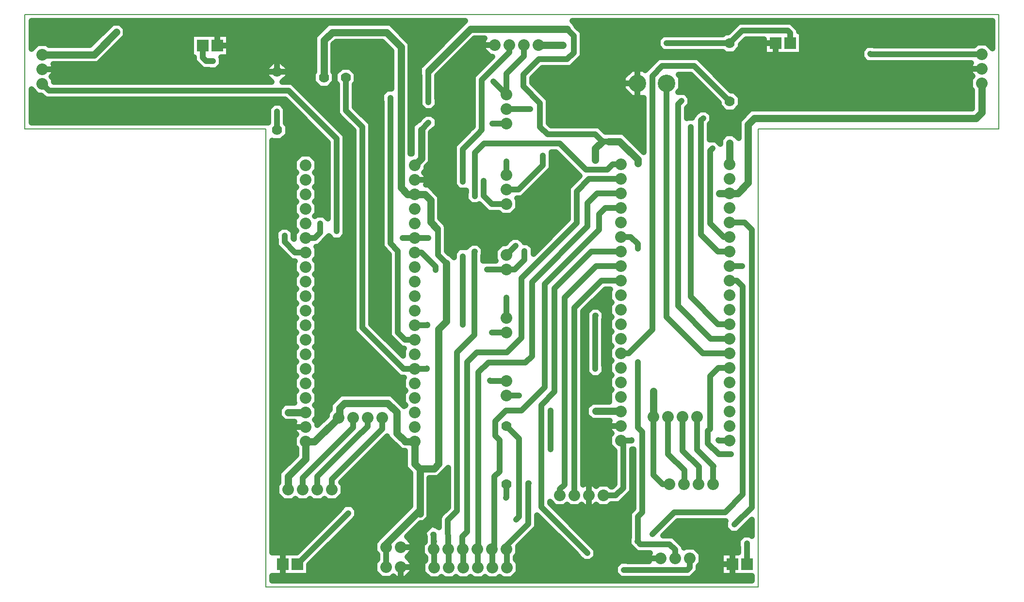
<source format=gbr>
G04 PROTEUS GERBER X2 FILE*
%TF.GenerationSoftware,Labcenter,Proteus,8.11-SP0-Build30052*%
%TF.CreationDate,2024-03-04T06:39:40+00:00*%
%TF.FileFunction,Copper,L2,Bot*%
%TF.FilePolarity,Positive*%
%TF.Part,Single*%
%TF.SameCoordinates,{347c642e-2b0e-48e9-919d-a538f2e8b90d}*%
%FSLAX45Y45*%
%MOMM*%
G01*
%TA.AperFunction,Conductor*%
%ADD11C,1.270000*%
%ADD10C,1.016000*%
%TA.AperFunction,ViaPad*%
%ADD12C,1.016000*%
%TA.AperFunction,ComponentPad*%
%ADD13C,2.032000*%
%TA.AperFunction,ComponentPad*%
%ADD14R,2.032000X2.032000*%
%ADD15C,1.778000*%
%ADD16C,3.048000*%
%TA.AperFunction,Profile*%
%ADD17C,0.203200*%
%TD.AperFunction*%
G36*
X+21688241Y+8607126D02*
X+21584168Y+8711199D01*
X+21415832Y+8711199D01*
X+21365032Y+8660399D01*
X+19624629Y+8660399D01*
X+19617822Y+8667206D01*
X+19489466Y+8667206D01*
X+19398705Y+8576445D01*
X+19398705Y+8448089D01*
X+19489466Y+8357328D01*
X+19493059Y+8357328D01*
X+19494786Y+8355601D01*
X+21314234Y+8355601D01*
X+21296801Y+8338168D01*
X+21296801Y+8169832D01*
X+21339633Y+8127000D01*
X+21296801Y+8084168D01*
X+21296801Y+7915832D01*
X+21334901Y+7877732D01*
X+21334901Y+7558385D01*
X+21331615Y+7555099D01*
X+17466059Y+7555099D01*
X+17254901Y+7349733D01*
X+17254901Y+7038651D01*
X+17169834Y+7123718D01*
X+17033062Y+7123718D01*
X+16934902Y+7025558D01*
X+16934902Y+6944188D01*
X+16864178Y+7014912D01*
X+16752399Y+7014912D01*
X+16752399Y+7286282D01*
X+16791939Y+7325822D01*
X+16791939Y+7454178D01*
X+16701178Y+7544939D01*
X+16572822Y+7544939D01*
X+16482061Y+7454178D01*
X+16482061Y+7450585D01*
X+16447601Y+7416125D01*
X+16447601Y+7393939D01*
X+16355822Y+7393939D01*
X+16352828Y+7390945D01*
X+16352828Y+7563711D01*
X+16414939Y+7625822D01*
X+16414939Y+7754178D01*
X+16324178Y+7844939D01*
X+16204148Y+7844939D01*
X+16253999Y+7894790D01*
X+16253999Y+8105210D01*
X+16211608Y+8147601D01*
X+16420875Y+8147601D01*
X+16909501Y+7658975D01*
X+16909501Y+7605093D01*
X+17021093Y+7493501D01*
X+17178907Y+7493501D01*
X+17290499Y+7605093D01*
X+17290499Y+7762907D01*
X+17178907Y+7874499D01*
X+17125025Y+7874499D01*
X+16547125Y+8452399D01*
X+15856875Y+8452399D01*
X+15627842Y+8223366D01*
X+15597210Y+8253999D01*
X+15386790Y+8253999D01*
X+15238001Y+8105210D01*
X+15238001Y+7894790D01*
X+15386790Y+7746001D01*
X+15595601Y+7746001D01*
X+15595601Y+6797883D01*
X+15243385Y+7150099D01*
X+14930425Y+7150099D01*
X+14818125Y+7262399D01*
X+13983125Y+7262399D01*
X+13941888Y+7303636D01*
X+13941888Y+7718125D01*
X+13652399Y+8007614D01*
X+13652399Y+8088920D01*
X+13831080Y+8267601D01*
X+14328978Y+8267601D01*
X+14533592Y+8472215D01*
X+14533592Y+8891932D01*
X+14425099Y+9000425D01*
X+14425099Y+9018386D01*
X+14355244Y+9088241D01*
X+21688241Y+9088241D01*
X+21688241Y+8607126D01*
G37*
%LPC*%
G36*
X+18217762Y+9027762D02*
X+18306399Y+8939125D01*
X+18306399Y+8903199D01*
X+18357199Y+8903199D01*
X+18357199Y+8496801D01*
X+17696801Y+8496801D01*
X+17696801Y+8767601D01*
X+17383125Y+8767601D01*
X+17290499Y+8674975D01*
X+17290499Y+8621093D01*
X+17178907Y+8509501D01*
X+17021093Y+8509501D01*
X+16982993Y+8547601D01*
X+16060469Y+8547601D01*
X+16060220Y+8547352D01*
X+15931864Y+8547352D01*
X+15841103Y+8638113D01*
X+15841103Y+8766469D01*
X+15931864Y+8857230D01*
X+16060220Y+8857230D01*
X+16065051Y+8852399D01*
X+16982993Y+8852399D01*
X+17021093Y+8890499D01*
X+17074975Y+8890499D01*
X+17256875Y+9072399D01*
X+18173125Y+9072399D01*
X+18217762Y+9027762D01*
G37*
%LPD*%
G36*
X+5015832Y+7788801D02*
X+5087675Y+7788801D01*
X+5158875Y+7717601D01*
X+9338875Y+7717601D01*
X+10087601Y+6968875D01*
X+10087601Y+5638639D01*
X+10018012Y+5708228D01*
X+9889656Y+5708228D01*
X+9861398Y+5679970D01*
X+9860367Y+5681000D01*
X+9903199Y+5723832D01*
X+9903199Y+5892168D01*
X+9860367Y+5935000D01*
X+9903199Y+5977832D01*
X+9903199Y+6146168D01*
X+9860367Y+6189000D01*
X+9903199Y+6231832D01*
X+9903199Y+6400168D01*
X+9860367Y+6443000D01*
X+9903199Y+6485832D01*
X+9903199Y+6654168D01*
X+9784168Y+6773199D01*
X+9615832Y+6773199D01*
X+9496801Y+6654168D01*
X+9496801Y+6485832D01*
X+9539633Y+6443000D01*
X+9496801Y+6400168D01*
X+9496801Y+6231832D01*
X+9539633Y+6189000D01*
X+9496801Y+6146168D01*
X+9496801Y+5977832D01*
X+9539633Y+5935000D01*
X+9496801Y+5892168D01*
X+9496801Y+5723832D01*
X+9539633Y+5681000D01*
X+9496801Y+5638168D01*
X+9496801Y+5469832D01*
X+9539633Y+5427000D01*
X+9496801Y+5384168D01*
X+9496801Y+5277861D01*
X+9484939Y+5289723D01*
X+9484939Y+5404178D01*
X+9394178Y+5494939D01*
X+9265822Y+5494939D01*
X+9175061Y+5404178D01*
X+9175061Y+5275822D01*
X+9177601Y+5273282D01*
X+9177601Y+5166013D01*
X+9450013Y+4893601D01*
X+9514234Y+4893601D01*
X+9496801Y+4876168D01*
X+9496801Y+4707832D01*
X+9539633Y+4665000D01*
X+9496801Y+4622168D01*
X+9496801Y+4453832D01*
X+9539633Y+4411000D01*
X+9496801Y+4368168D01*
X+9496801Y+4199832D01*
X+9539633Y+4157000D01*
X+9496801Y+4114168D01*
X+9496801Y+3945832D01*
X+9539633Y+3903000D01*
X+9496801Y+3860168D01*
X+9496801Y+3691832D01*
X+9539633Y+3649000D01*
X+9496801Y+3606168D01*
X+9496801Y+3437832D01*
X+9539633Y+3395000D01*
X+9496801Y+3352168D01*
X+9496801Y+3183832D01*
X+9539633Y+3141000D01*
X+9496801Y+3098168D01*
X+9496801Y+2929832D01*
X+9539633Y+2887000D01*
X+9496801Y+2844168D01*
X+9496801Y+2675832D01*
X+9539633Y+2633000D01*
X+9496801Y+2590168D01*
X+9496801Y+2421832D01*
X+9501557Y+2417076D01*
X+9326948Y+2417057D01*
X+9230235Y+2320344D01*
X+9230235Y+2183572D01*
X+9326948Y+2086859D01*
X+9463720Y+2086859D01*
X+9501499Y+2086866D01*
X+9496801Y+2082168D01*
X+9496801Y+1913832D01*
X+9539633Y+1871000D01*
X+9496801Y+1828168D01*
X+9496801Y+1659832D01*
X+9534902Y+1621731D01*
X+9534903Y+1508388D01*
X+9226901Y+1200386D01*
X+9226901Y+1022268D01*
X+9188801Y+984168D01*
X+9188801Y+815832D01*
X+9307832Y+696801D01*
X+9476168Y+696801D01*
X+9519000Y+739633D01*
X+9561832Y+696801D01*
X+9730168Y+696801D01*
X+9773000Y+739633D01*
X+9815832Y+696801D01*
X+9984168Y+696801D01*
X+10027000Y+739633D01*
X+10069832Y+696801D01*
X+10238168Y+696801D01*
X+10357199Y+815832D01*
X+10357199Y+984168D01*
X+10313446Y+1027922D01*
X+11123546Y+1838022D01*
X+11123546Y+1820415D01*
X+11365060Y+1578901D01*
X+11434901Y+1578901D01*
X+11434901Y+1285614D01*
X+11528901Y+1191614D01*
X+11528901Y+612385D01*
X+10944902Y+28386D01*
X+10944902Y+26269D01*
X+10902801Y-15832D01*
X+10902801Y-184168D01*
X+10953601Y-234968D01*
X+10953601Y-315032D01*
X+10902801Y-365832D01*
X+10902801Y-534168D01*
X+11021832Y-653199D01*
X+11190168Y-653199D01*
X+11233000Y-610367D01*
X+11275832Y-653199D01*
X+11444168Y-653199D01*
X+11563199Y-534168D01*
X+11563199Y-365832D01*
X+11472367Y-275000D01*
X+11563199Y-184168D01*
X+11563199Y-15832D01*
X+11465426Y+81942D01*
X+11702385Y+318901D01*
X+11762386Y+318901D01*
X+11859099Y+415614D01*
X+11859099Y+1104901D01*
X+12006386Y+1104901D01*
X+12183601Y+1282117D01*
X+12183601Y+593125D01*
X+12050258Y+459782D01*
X+12027026Y+402114D01*
X+12029766Y+245287D01*
X+12009389Y+253728D01*
X+11998178Y+264939D01*
X+11982324Y+264939D01*
X+11898243Y+299767D01*
X+11755416Y+156940D01*
X+11779061Y+71573D01*
X+11779061Y+45822D01*
X+11781601Y+43282D01*
X+11781601Y-7032D01*
X+11732801Y-55832D01*
X+11732801Y-224168D01*
X+11789601Y-280968D01*
X+11789601Y-329032D01*
X+11742801Y-375832D01*
X+11742801Y-544168D01*
X+11861832Y-663199D01*
X+12030168Y-663199D01*
X+12073000Y-620367D01*
X+12115832Y-663199D01*
X+12284168Y-663199D01*
X+12327000Y-620367D01*
X+12369832Y-663199D01*
X+12538168Y-663199D01*
X+12581000Y-620367D01*
X+12623832Y-663199D01*
X+12792168Y-663199D01*
X+12835000Y-620367D01*
X+12877832Y-663199D01*
X+13046168Y-663199D01*
X+13089000Y-620367D01*
X+13131832Y-663199D01*
X+13300168Y-663199D01*
X+13419199Y-544168D01*
X+13419199Y-375832D01*
X+13362399Y-319032D01*
X+13362399Y-270968D01*
X+13409199Y-224168D01*
X+13409199Y-86325D01*
X+13737399Y+241875D01*
X+13737399Y+457077D01*
X+14402601Y-208125D01*
X+14402601Y-209672D01*
X+14460365Y-267436D01*
X+14460365Y-271029D01*
X+14551126Y-361790D01*
X+14679482Y-361790D01*
X+14770243Y-271029D01*
X+14770243Y-142673D01*
X+14679482Y-51912D01*
X+14677436Y-51912D01*
X+13962399Y+663125D01*
X+13962399Y+688234D01*
X+14053832Y+596801D01*
X+14222168Y+596801D01*
X+14265000Y+639633D01*
X+14307832Y+596801D01*
X+14476168Y+596801D01*
X+14519000Y+639633D01*
X+14561832Y+596801D01*
X+14730168Y+596801D01*
X+14773000Y+639633D01*
X+14815832Y+596801D01*
X+14984168Y+596801D01*
X+15034968Y+647601D01*
X+15173125Y+647601D01*
X+15392399Y+866875D01*
X+15392399Y+1001767D01*
X+15399072Y+1008440D01*
X+15399072Y+1136796D01*
X+15392399Y+1143469D01*
X+15392399Y+1607601D01*
X+15417601Y+1607601D01*
X+15417601Y+569769D01*
X+15341601Y+493769D01*
X+15341601Y+67125D01*
X+15337602Y+63126D01*
X+15337602Y-63126D01*
X+15341601Y-67126D01*
X+15476875Y-202399D01*
X+15706234Y-202399D01*
X+15692801Y-215832D01*
X+15692801Y-347601D01*
X+15320530Y-347601D01*
X+15317990Y-345061D01*
X+15189634Y-345061D01*
X+15098873Y-435822D01*
X+15098873Y-564178D01*
X+15189634Y-654939D01*
X+15317990Y-654939D01*
X+15320530Y-652399D01*
X+16423125Y-652399D01*
X+16556399Y-519125D01*
X+16556399Y-434968D01*
X+16607199Y-384168D01*
X+16607199Y-215832D01*
X+16488168Y-96801D01*
X+16319832Y-96801D01*
X+16302399Y-114234D01*
X+16302399Y-86875D01*
X+16113125Y+102399D01*
X+15938923Y+102399D01*
X+16192125Y+355601D01*
X+17026484Y+355601D01*
X+17025061Y+354178D01*
X+17025061Y+225822D01*
X+17115822Y+135061D01*
X+17244178Y+135061D01*
X+17334939Y+225822D01*
X+17334939Y+229415D01*
X+17488241Y+382717D01*
X+17488241Y+92926D01*
X+17464033Y+117134D01*
X+17335677Y+117134D01*
X+17244916Y+26373D01*
X+17244916Y-101983D01*
X+17247601Y-104668D01*
X+17247601Y-196801D01*
X+16942801Y-196801D01*
X+16942801Y-603199D01*
X+17488241Y-603199D01*
X+17488241Y-688240D01*
X+9111759Y-688240D01*
X+9111759Y-603199D01*
X+9757199Y-603199D01*
X+9757199Y-412325D01*
X+10506916Y+337392D01*
X+10508137Y+337392D01*
X+10598898Y+428153D01*
X+10598898Y+556509D01*
X+10508137Y+647270D01*
X+10379781Y+647270D01*
X+10289020Y+556509D01*
X+10289020Y+550544D01*
X+9541675Y-196801D01*
X+9111759Y-196801D01*
X+9111759Y+7002835D01*
X+9121093Y+6993501D01*
X+9278907Y+6993501D01*
X+9390499Y+7105093D01*
X+9390499Y+7262907D01*
X+9352399Y+7301007D01*
X+9352399Y+7437769D01*
X+9354825Y+7440195D01*
X+9354825Y+7568551D01*
X+9264064Y+7659312D01*
X+9135708Y+7659312D01*
X+9044947Y+7568551D01*
X+9044947Y+7440195D01*
X+9047601Y+7437541D01*
X+9047601Y+7310450D01*
X+9046291Y+7311760D01*
X+4911759Y+7311760D01*
X+4911759Y+7892874D01*
X+5015832Y+7788801D01*
G37*
G36*
X+11728258Y+8331742D02*
X+11679902Y+8283386D01*
X+11679902Y+8146614D01*
X+11690608Y+8135908D01*
X+11690608Y+7736718D01*
X+11688068Y+7734178D01*
X+11688068Y+7605822D01*
X+11778829Y+7515061D01*
X+11907185Y+7515061D01*
X+11997946Y+7605822D01*
X+11997946Y+7734178D01*
X+11995406Y+7736718D01*
X+11995406Y+8131922D01*
X+12648385Y+8784901D01*
X+12825534Y+8784901D01*
X+12794801Y+8754168D01*
X+12794801Y+8585832D01*
X+12913832Y+8466801D01*
X+12961277Y+8466801D01*
X+12617601Y+8123125D01*
X+12617601Y+7248718D01*
X+12545061Y+7176178D01*
X+12545061Y+7170585D01*
X+12287601Y+6913125D01*
X+12287601Y+6349082D01*
X+12285061Y+6346542D01*
X+12285061Y+6218186D01*
X+12375822Y+6127425D01*
X+12497601Y+6127425D01*
X+12497601Y+6095807D01*
X+12495061Y+6093267D01*
X+12495061Y+5964911D01*
X+12585822Y+5874150D01*
X+12714178Y+5874150D01*
X+12731034Y+5891006D01*
X+12882438Y+5739601D01*
X+13065032Y+5739601D01*
X+13115832Y+5688801D01*
X+13284168Y+5688801D01*
X+13403199Y+5807832D01*
X+13403199Y+5976168D01*
X+13385766Y+5993601D01*
X+13477744Y+5993601D01*
X+13992399Y+6508256D01*
X+13992399Y+6673282D01*
X+13994939Y+6675822D01*
X+13994939Y+6797601D01*
X+14068875Y+6797601D01*
X+14482860Y+6383616D01*
X+14276601Y+6177358D01*
X+14276601Y+5624125D01*
X+13674885Y+5022409D01*
X+13674885Y+5133001D01*
X+13584124Y+5223762D01*
X+13516418Y+5223762D01*
X+13516418Y+5225817D01*
X+13425657Y+5316578D01*
X+13297301Y+5316578D01*
X+13206540Y+5225817D01*
X+13206540Y+5222064D01*
X+13187675Y+5203199D01*
X+13115832Y+5203199D01*
X+12996801Y+5084168D01*
X+12996801Y+4915832D01*
X+13016295Y+4896338D01*
X+12928132Y+4896338D01*
X+12925592Y+4898878D01*
X+12798399Y+4898878D01*
X+12798399Y+4988827D01*
X+12804796Y+4995224D01*
X+12804796Y+5123580D01*
X+12714035Y+5214341D01*
X+12585679Y+5214341D01*
X+12583139Y+5211801D01*
X+12582732Y+5211801D01*
X+12504924Y+5133994D01*
X+12504178Y+5134740D01*
X+12375822Y+5134740D01*
X+12285061Y+5043979D01*
X+12285061Y+4958424D01*
X+12218386Y+5025099D01*
X+12200425Y+5025099D01*
X+12159654Y+5065870D01*
X+12159654Y+5510354D01*
X+12157341Y+5512667D01*
X+12157341Y+5530628D01*
X+12045099Y+5642870D01*
X+12045099Y+6028385D01*
X+11846385Y+6227099D01*
X+11798466Y+6227099D01*
X+11803199Y+6231832D01*
X+11803199Y+6400168D01*
X+11760367Y+6443000D01*
X+11803199Y+6485832D01*
X+11803199Y+6539715D01*
X+11885099Y+6621615D01*
X+11885099Y+7139575D01*
X+11903592Y+7158068D01*
X+11907185Y+7158068D01*
X+11997946Y+7248829D01*
X+11997946Y+7377185D01*
X+11907185Y+7467946D01*
X+11778829Y+7467946D01*
X+11688068Y+7377185D01*
X+11688068Y+7373592D01*
X+11669575Y+7355099D01*
X+11651614Y+7355099D01*
X+11554901Y+7258386D01*
X+11554901Y+6773199D01*
X+11527699Y+6773199D01*
X+11527699Y+8704385D01*
X+11176985Y+9055099D01*
X+10091614Y+9055099D01*
X+9853901Y+8817385D01*
X+9853901Y+8204307D01*
X+9828501Y+8178907D01*
X+9828501Y+8021093D01*
X+9940093Y+7909501D01*
X+10097907Y+7909501D01*
X+10209499Y+8021093D01*
X+10209499Y+8178907D01*
X+10184099Y+8204307D01*
X+10184099Y+8680615D01*
X+10228385Y+8724901D01*
X+11040215Y+8724901D01*
X+11197501Y+8567615D01*
X+11197501Y+7901939D01*
X+11111822Y+7901939D01*
X+11021061Y+7811178D01*
X+11021061Y+7682822D01*
X+11023601Y+7680282D01*
X+11023602Y+5143411D01*
X+11157601Y+5009412D01*
X+11157601Y+3586875D01*
X+11374875Y+3369601D01*
X+11414234Y+3369601D01*
X+11396801Y+3352168D01*
X+11396801Y+3238723D01*
X+10842399Y+3793125D01*
X+10842399Y+7301643D01*
X+10557220Y+7586822D01*
X+10557220Y+7684445D01*
X+10552399Y+7689266D01*
X+10552399Y+7982993D01*
X+10590499Y+8021093D01*
X+10590499Y+8178907D01*
X+10478907Y+8290499D01*
X+10321093Y+8290499D01*
X+10209501Y+8178907D01*
X+10209501Y+8021093D01*
X+10247601Y+7982993D01*
X+10247601Y+7684704D01*
X+10247342Y+7684445D01*
X+10247342Y+7556089D01*
X+10247601Y+7555830D01*
X+10247601Y+7465392D01*
X+10336875Y+7376119D01*
X+10537601Y+7175393D01*
X+10537601Y+3666875D01*
X+11342875Y+2861601D01*
X+11414234Y+2861601D01*
X+11396801Y+2844168D01*
X+11396801Y+2675832D01*
X+11439633Y+2633000D01*
X+11396801Y+2590168D01*
X+11396801Y+2421832D01*
X+11439633Y+2379000D01*
X+11418784Y+2358151D01*
X+11198280Y+2578655D01*
X+10307447Y+2578655D01*
X+10122539Y+2393747D01*
X+10122539Y+2299906D01*
X+10066801Y+2244168D01*
X+10066801Y+2190285D01*
X+9903199Y+2026683D01*
X+9903199Y+2082168D01*
X+9860367Y+2125000D01*
X+9903199Y+2167832D01*
X+9903199Y+2336168D01*
X+9860367Y+2379000D01*
X+9903199Y+2421832D01*
X+9903199Y+2590168D01*
X+9860367Y+2633000D01*
X+9903199Y+2675832D01*
X+9903199Y+2844168D01*
X+9860367Y+2887000D01*
X+9903199Y+2929832D01*
X+9903199Y+3098168D01*
X+9860367Y+3141000D01*
X+9903199Y+3183832D01*
X+9903199Y+3352168D01*
X+9860367Y+3395000D01*
X+9903199Y+3437832D01*
X+9903199Y+3606168D01*
X+9860367Y+3649000D01*
X+9903199Y+3691832D01*
X+9903199Y+3860168D01*
X+9860367Y+3903000D01*
X+9903199Y+3945832D01*
X+9903199Y+4114168D01*
X+9860367Y+4157000D01*
X+9903199Y+4199832D01*
X+9903199Y+4368168D01*
X+9860367Y+4411000D01*
X+9903199Y+4453832D01*
X+9903199Y+4622168D01*
X+9860367Y+4665000D01*
X+9903199Y+4707832D01*
X+9903199Y+4876168D01*
X+9860367Y+4919000D01*
X+9903199Y+4961832D01*
X+9903199Y+5130168D01*
X+9885766Y+5147601D01*
X+9923125Y+5147601D01*
X+10105204Y+5329680D01*
X+10175822Y+5259061D01*
X+10304178Y+5259061D01*
X+10394939Y+5349822D01*
X+10394939Y+5478178D01*
X+10392399Y+5480718D01*
X+10392399Y+7095125D01*
X+9465125Y+8022399D01*
X+9291805Y+8022399D01*
X+9390499Y+8121093D01*
X+9390499Y+8278907D01*
X+9278907Y+8390499D01*
X+9121093Y+8390499D01*
X+9009501Y+8278907D01*
X+9009501Y+8121093D01*
X+9108195Y+8022399D01*
X+5303199Y+8022399D01*
X+5303199Y+8076168D01*
X+5260367Y+8119000D01*
X+5303199Y+8161832D01*
X+5303199Y+8330168D01*
X+5298466Y+8334901D01*
X+6071582Y+8334901D01*
X+6560673Y+8823992D01*
X+6560673Y+8960764D01*
X+6463961Y+9057476D01*
X+6327189Y+9057476D01*
X+5934812Y+8665099D01*
X+5222268Y+8665099D01*
X+5184168Y+8703199D01*
X+5015832Y+8703199D01*
X+4911759Y+8599126D01*
X+4911759Y+9088241D01*
X+12484757Y+9088241D01*
X+11728258Y+8331742D01*
G37*
%LPC*%
G36*
X+8357199Y+8456801D02*
X+8226877Y+8456801D01*
X+8233532Y+8450146D01*
X+8233532Y+8321790D01*
X+8142771Y+8231029D01*
X+8014415Y+8231029D01*
X+8011875Y+8233569D01*
X+7900908Y+8233569D01*
X+7747601Y+8386876D01*
X+7747601Y+8456801D01*
X+7696801Y+8456801D01*
X+7696801Y+8863199D01*
X+8357199Y+8863199D01*
X+8357199Y+8456801D01*
G37*
%LPD*%
G36*
X+14996801Y+4384168D02*
X+14996801Y+4215832D01*
X+15039633Y+4173000D01*
X+14996801Y+4130168D01*
X+14996801Y+3961832D01*
X+15039633Y+3919000D01*
X+14996801Y+3876168D01*
X+14996801Y+3707832D01*
X+15039633Y+3665000D01*
X+14996801Y+3622168D01*
X+14996801Y+3453832D01*
X+15039633Y+3411000D01*
X+14996801Y+3368168D01*
X+14996801Y+3199832D01*
X+15039633Y+3157000D01*
X+14996801Y+3114168D01*
X+14996801Y+2945832D01*
X+15039633Y+2903000D01*
X+14996801Y+2860168D01*
X+14996801Y+2691832D01*
X+15039633Y+2649000D01*
X+14996801Y+2606168D01*
X+14996801Y+2437832D01*
X+14998318Y+2436315D01*
X+14690398Y+2436315D01*
X+14593685Y+2339602D01*
X+14593685Y+2202830D01*
X+14690398Y+2106117D01*
X+15004750Y+2106117D01*
X+14996801Y+2098168D01*
X+14996801Y+1929832D01*
X+15039633Y+1887000D01*
X+14996801Y+1844168D01*
X+14996801Y+1675832D01*
X+15087601Y+1585032D01*
X+15087601Y+993125D01*
X+15046875Y+952399D01*
X+15034968Y+952399D01*
X+14984168Y+1003199D01*
X+14815832Y+1003199D01*
X+14773000Y+960367D01*
X+14730168Y+1003199D01*
X+14561832Y+1003199D01*
X+14544399Y+985766D01*
X+14544399Y+4018875D01*
X+14927125Y+4401601D01*
X+15014234Y+4401601D01*
X+14996801Y+4384168D01*
G37*
%LPC*%
G36*
X+14912533Y+4004780D02*
X+14912533Y+3876424D01*
X+14908399Y+3872290D01*
X+14908399Y+3074552D01*
X+14910939Y+3072012D01*
X+14910939Y+2943656D01*
X+14820178Y+2852895D01*
X+14691822Y+2852895D01*
X+14601061Y+2943656D01*
X+14601061Y+3072012D01*
X+14603601Y+3074552D01*
X+14603601Y+3875478D01*
X+14602655Y+3876424D01*
X+14602655Y+4004780D01*
X+14693416Y+4095541D01*
X+14821772Y+4095541D01*
X+14912533Y+4004780D01*
G37*
%LPD*%
D11*
X+10160000Y+8890000D02*
X+10019000Y+8749000D01*
X+10019000Y+8100000D01*
D10*
X+15490000Y+0D02*
X+15494000Y-4000D01*
X+13200000Y+1000000D02*
X+13200000Y+764404D01*
X+13198409Y+762813D01*
X+11600000Y+3014000D02*
X+11816093Y+3014000D01*
X+11818801Y+3016708D01*
D11*
X+9700000Y+1744000D02*
X+9854000Y+1744000D01*
X+10270000Y+2160000D01*
X+11600000Y+1744000D02*
X+11433445Y+1744000D01*
X+11429756Y+1747689D01*
X+11288645Y+1888800D01*
X+11288645Y+2254806D01*
X+11129895Y+2413556D01*
X+10375832Y+2413556D01*
X+10287638Y+2325362D01*
X+10287638Y+2177638D01*
X+10270000Y+2160000D01*
D10*
X+9554000Y-400000D02*
X+10443959Y+489959D01*
X+10443959Y+492331D01*
X+13200000Y+6400000D02*
X+13200000Y+6634091D01*
X+13200000Y+5000000D02*
X+13361479Y+5161479D01*
X+13361479Y+5161639D01*
X+15200000Y+2268000D02*
X+14987322Y+2268000D01*
X+14986106Y+2269216D01*
X+15200000Y+1760000D02*
X+15384919Y+1760000D01*
X+15388591Y+1763672D01*
X+17100000Y+1760000D02*
X+16910294Y+1760000D01*
X+16906622Y+1763672D01*
X+13200000Y+2800000D02*
X+12922793Y+2800000D01*
X+12918379Y+2804414D01*
D11*
X+14758784Y+2271216D02*
X+15196784Y+2271216D01*
X+15200000Y+2268000D01*
X+14880000Y+6985000D02*
X+14756000Y+6861000D01*
X+14756000Y+6838114D01*
X+14756000Y+6660000D01*
X+11600000Y+6062000D02*
X+11478000Y+6062000D01*
X+11362600Y+6177400D01*
X+11362600Y+8636000D01*
X+11108600Y+8890000D01*
X+10160000Y+8890000D01*
D10*
X+14392000Y+800000D02*
X+14392000Y+4082000D01*
X+14864000Y+4554000D01*
X+15200000Y+4554000D01*
X+15200000Y+4808000D02*
X+14768000Y+4808000D01*
X+14220000Y+4260000D01*
X+14220000Y+990000D01*
X+14138000Y+908000D01*
X+14138000Y+800000D01*
X+15770000Y+2176000D02*
X+15770000Y+1760654D01*
X+15770486Y+1760168D01*
D11*
X+11684000Y+1270000D02*
X+11600000Y+1354000D01*
X+11600000Y+1371262D01*
X+11600000Y+1744000D02*
X+11600000Y+1371262D01*
D10*
X+10402281Y+7620267D02*
X+10402281Y+7530799D01*
X+10400000Y+7528518D01*
X+10400000Y+8100000D01*
X+9200000Y+7184000D02*
X+9200000Y+7504259D01*
X+9199886Y+7504373D01*
D11*
X+14187224Y+8670000D02*
X+14187791Y+8670567D01*
X+14186657Y+8670567D01*
X+14187224Y+8670000D02*
X+13760000Y+8670000D01*
D10*
X+11032000Y+2160000D02*
X+11032000Y+1962000D01*
X+10154000Y+1084000D01*
X+10154000Y+900000D01*
X+10778000Y+2160000D02*
X+10778000Y+2003930D01*
X+10677008Y+1902938D01*
X+10672938Y+1902938D01*
X+9900000Y+1130000D01*
X+9900000Y+900000D01*
X+10524000Y+2160000D02*
X+10524000Y+1984000D01*
X+9646000Y+1106000D01*
X+9646000Y+900000D01*
D11*
X+9700000Y+1744000D02*
X+9700002Y+1440003D01*
X+9392000Y+1132001D01*
X+9392000Y+900000D01*
D10*
X+11600000Y+5300000D02*
X+11598899Y+5301101D01*
X+11393814Y+5301101D01*
X+10240000Y+5414000D02*
X+10240000Y+7032000D01*
X+9402000Y+7870000D01*
X+5222000Y+7870000D01*
X+5100000Y+7992000D01*
X+11600000Y+5300000D02*
X+11610000Y+5290000D01*
X+11600000Y+5300000D01*
X+12700000Y+7112000D02*
X+12700000Y+7110000D01*
X+12440000Y+6850000D01*
X+12440000Y+6282364D01*
X+12440000Y+4979801D02*
X+12440000Y+3790910D01*
X+12445698Y+3785212D01*
X+11824416Y+3780708D02*
X+11819708Y+3776000D01*
X+11600000Y+3776000D01*
X+13200000Y+7808000D02*
X+12978000Y+8030000D01*
X+11176000Y+7747000D02*
X+11176000Y+5206537D01*
X+11310000Y+5072537D01*
X+11310000Y+3650000D01*
X+11438000Y+3522000D01*
X+11600000Y+3522000D01*
X+9700000Y+5046000D02*
X+9513138Y+5046000D01*
X+9330000Y+5229138D01*
X+9330000Y+5340000D01*
X+12954050Y+7300088D02*
X+12954138Y+7300000D01*
X+13200000Y+7300000D01*
X+14756000Y+3007834D02*
X+14756000Y+3939008D01*
X+14757594Y+3940602D01*
X+17100000Y+5062000D02*
X+16898000Y+5062000D01*
X+16600000Y+5360000D01*
X+16600000Y+7353000D01*
X+16637000Y+7390000D01*
X+11600000Y+5300000D02*
X+11841436Y+5300014D01*
X+12861414Y+4743939D02*
X+13197939Y+4743939D01*
X+13200000Y+4746000D01*
X+11970000Y+4740000D02*
X+11970000Y+4798950D01*
X+11969475Y+4799475D01*
X+11722950Y+5046000D01*
X+11600000Y+5046000D01*
D11*
X+11600000Y+6062000D02*
X+11778000Y+6062000D01*
X+11880000Y+5960000D01*
X+11880000Y+5574483D01*
X+11992242Y+5462242D01*
D10*
X+12007255Y+5447229D01*
X+12007255Y+5002745D01*
X+12150000Y+4860000D01*
D11*
X+12150000Y+3840000D01*
X+12020000Y+3710000D01*
X+12020000Y+1352000D01*
X+11938000Y+1270000D01*
D10*
X+12650000Y+6029089D02*
X+12650000Y+6790000D01*
X+12810000Y+6950000D01*
X+14132000Y+6950000D01*
X+14593131Y+6488869D01*
X+14961526Y+6488869D01*
X+15058657Y+6586000D01*
X+15200000Y+6586000D01*
X+12434000Y-172000D02*
X+12444000Y-140000D01*
X+12965810Y-145022D02*
X+12952000Y-140000D01*
D11*
X+11684000Y+1270000D02*
X+11694000Y+1270000D01*
X+11938000Y+1270000D02*
X+11694000Y+1270000D01*
D10*
X+12190000Y-140000D02*
X+12180000Y+374000D01*
X+12336000Y+530000D01*
X+12336000Y+3298000D01*
X+12646000Y+3608000D01*
X+12646000Y+4964931D01*
X+12645857Y+4965074D01*
X+12645857Y+5059402D01*
X+12649857Y+5059402D01*
X+12454000Y-460000D02*
X+12448000Y-460000D01*
X+12448000Y-180000D01*
X+12440000Y-172000D01*
X+12434000Y-172000D01*
X+12962000Y-460000D02*
X+12956000Y-460000D01*
X+12956000Y-160832D01*
X+12970210Y-146622D01*
X+12971810Y-145022D01*
X+12965810Y-145022D01*
X+12970210Y-146622D01*
X+12996000Y-156000D01*
X+12996000Y+1128919D01*
X+13085330Y+1218249D01*
X+13085330Y+1766670D01*
X+13006000Y+1846000D01*
X+13006000Y+2096000D01*
X+13196000Y+2286000D01*
X+13462000Y+2286000D01*
X+13870000Y+2694000D01*
X+13870000Y+4494000D01*
X+14818000Y+5442000D01*
X+14818000Y+5713397D01*
X+14928603Y+5824000D01*
X+15200000Y+5824000D01*
X+11936000Y-140000D02*
X+11942000Y-140000D01*
X+11942000Y-458000D01*
X+11940000Y-460000D01*
X+11946000Y-460000D01*
X+12200000Y-460000D02*
X+12194000Y-460000D01*
X+12194000Y-142000D01*
X+12196000Y-140000D01*
X+12190000Y-140000D01*
X+12708000Y-460000D02*
X+12702000Y-460000D01*
X+12702000Y-149333D01*
X+12702000Y-142000D01*
X+12704000Y-140000D01*
X+12698000Y-140000D01*
X+12702000Y-149333D01*
X+12716000Y-182000D01*
X+12716000Y+2950000D01*
X+12886000Y+3120000D01*
X+13534000Y+3120000D01*
X+13650000Y+3236000D01*
X+13650000Y+4528000D01*
X+14621000Y+5499000D01*
X+14621000Y+5909575D01*
X+14789425Y+6078000D01*
X+15200000Y+6078000D01*
X+13216000Y-460000D02*
X+13210000Y-460000D01*
X+13210000Y-142000D01*
X+13212000Y-140000D01*
X+13206000Y-140000D01*
D11*
X+11694000Y+484000D02*
X+11694000Y+544000D01*
X+11110000Y-40000D01*
D10*
X+11936000Y-140000D02*
X+11934000Y+110000D01*
X+11926000Y+112000D01*
X+11934000Y+120000D01*
X+11934000Y+0D01*
X+11938000Y+0D01*
X+17100000Y+4808000D02*
X+17320159Y+4808000D01*
X+17320828Y+4808669D01*
X+13589000Y+1016000D02*
X+13585000Y+1016000D01*
X+13585000Y+305000D01*
X+13202857Y-77143D01*
X+13206000Y-140000D01*
X+11106000Y-450000D02*
X+11106000Y-100000D01*
X+11110000Y-96000D01*
X+11106000Y-100000D01*
X+11110000Y-40000D02*
X+11110000Y-96000D01*
X+11600000Y+3014000D02*
X+11406000Y+3014000D01*
X+10690000Y+3730000D01*
X+10690000Y+7238518D01*
X+10400000Y+7528518D01*
D11*
X+17100000Y+6078000D02*
X+17238438Y+6078000D01*
X+17420000Y+6259562D01*
X+17420000Y+7280000D01*
X+17533103Y+7390000D01*
X+21400000Y+7390000D01*
X+21500000Y+7490000D01*
X+21500000Y+8000000D01*
D10*
X+15996042Y+8702291D02*
X+15998333Y+8700000D01*
X+17100000Y+8700000D01*
X+12700000Y+7112000D02*
X+12770000Y+7182000D01*
X+12770000Y+8060000D01*
X+13252000Y+8542000D01*
X+13252000Y+8670000D01*
X+13200000Y+7808000D02*
X+13200000Y+8170000D01*
X+13506000Y+8476000D01*
X+13506000Y+8670000D01*
X+16814000Y+1000000D02*
X+16814000Y+1309001D01*
X+16815319Y+1310320D01*
X+16532000Y+1593639D01*
X+16532000Y+2176000D01*
X+16278000Y+2176000D02*
X+16278000Y+1581826D01*
X+16560581Y+1299245D01*
X+16560581Y+1000581D01*
X+16560000Y+1000000D01*
X+16024000Y+2176000D02*
X+16024000Y+1524478D01*
X+16307210Y+1241268D01*
X+16307210Y+1001210D01*
X+16306000Y+1000000D01*
X+15770486Y+1760168D02*
X+15770486Y+1159514D01*
X+15930000Y+1000000D01*
X+16052000Y+1000000D01*
X+15200000Y+5062000D02*
X+14682000Y+5062000D01*
X+14040000Y+4420000D01*
X+14040000Y+2610000D01*
X+13810000Y+2380000D01*
X+13810000Y+600000D01*
X+14555000Y-145000D01*
X+14555000Y-146547D01*
X+14615304Y-206851D01*
X+15253812Y-500000D02*
X+16360000Y-500000D01*
X+16404000Y-456000D01*
X+16404000Y-300000D01*
X+15494000Y-4000D02*
X+15540000Y-50000D01*
X+16050000Y-50000D01*
X+16150000Y-150000D01*
X+16150000Y-300000D01*
X+12434000Y-172000D02*
X+12434000Y+84000D01*
X+12516000Y+166000D01*
X+12516000Y+3130000D01*
X+12688000Y+3302000D01*
X+13208000Y+3302000D01*
X+13462000Y+3556000D01*
X+13462000Y+4594000D01*
X+14429000Y+5561000D01*
X+14429000Y+6114233D01*
X+14646767Y+6332000D01*
X+15200000Y+6332000D01*
X+15200000Y+3284000D02*
X+15333999Y+3284000D01*
X+15748000Y+3698001D01*
X+15748000Y+8128000D01*
X+15920000Y+8300000D01*
X+16484000Y+8300000D01*
X+17100000Y+7684000D01*
X+15200000Y+5316000D02*
X+15374416Y+5316000D01*
X+15497436Y+5192980D01*
X+15497436Y+5108609D01*
X+15494000Y+3130000D02*
X+15494000Y+1986579D01*
X+15570000Y+1910579D01*
X+15570000Y+506644D01*
X+15494000Y+430644D01*
X+15494000Y-4000D01*
X+17100000Y+3284000D02*
X+16636000Y+3284000D01*
X+16000000Y+3920000D01*
X+16000000Y+8000000D01*
X+13200000Y+7554000D02*
X+13616000Y+7554000D01*
X+13620000Y+7550000D01*
X+16260000Y+7690000D02*
X+16200429Y+7630429D01*
X+16200429Y+4109570D01*
X+16771999Y+3538000D01*
X+17100000Y+3538000D01*
X+17100000Y+5316000D02*
X+16994000Y+5316000D01*
X+16760000Y+5550000D01*
X+16760000Y+6819973D01*
X+16800000Y+6859973D01*
D11*
X+17100000Y+6586000D02*
X+17100000Y+6957172D01*
X+17101448Y+6958620D01*
X+15494000Y+6604000D02*
X+15494000Y+6666000D01*
X+15175000Y+6985000D01*
X+14986000Y+6985000D01*
D10*
X+14880000Y+6985000D01*
X+9700000Y+5300000D02*
X+9860000Y+5300000D01*
X+9953834Y+5393834D01*
X+9953834Y+5553289D01*
X+12806202Y+6297175D02*
X+12806202Y+6031361D01*
X+12945563Y+5892000D01*
X+13200000Y+5892000D01*
X+17100000Y+3792000D02*
X+16898000Y+3792000D01*
X+16420000Y+4270000D01*
X+16420000Y+7239000D01*
X+13840000Y+6740000D02*
X+13840000Y+6571381D01*
X+13414619Y+6146000D01*
X+13200000Y+6146000D01*
X+13200000Y+3900000D02*
X+13200000Y+4259861D01*
X+13200000Y+3646000D02*
X+12948086Y+3646000D01*
X+12947667Y+3646419D01*
X+11694000Y+1120000D02*
X+11694000Y+1120508D01*
D11*
X+11694000Y+1270000D02*
X+11694000Y+1120508D01*
X+11694000Y+1120000D02*
X+11694000Y+544000D01*
D10*
X+15240000Y+1068485D02*
X+15240000Y+996751D01*
X+15200000Y+1760000D02*
X+15240000Y+1720000D01*
X+15240000Y+1068485D01*
X+15240000Y+996751D02*
X+15240000Y+930000D01*
X+15110000Y+800000D01*
X+14900000Y+800000D01*
X+13200000Y+2546000D02*
X+13418912Y+2546000D01*
X+13421801Y+2548889D01*
X+13970000Y+2286000D02*
X+13970000Y+1610000D01*
X+17120000Y+1520000D02*
X+17119354Y+1520287D01*
X+16909712Y+1520287D01*
X+16720000Y+1709999D01*
X+16720000Y+1930000D01*
X+16755256Y+1965256D01*
X+16755256Y+2883178D01*
X+16902078Y+3030000D01*
X+17100000Y+3030000D01*
D11*
X+9395334Y+2251958D02*
X+9700000Y+2252000D01*
D10*
X+17399855Y-37805D02*
X+17400000Y-37950D01*
X+17400000Y-400000D01*
X+11843007Y+7313007D02*
X+11720000Y+7190000D01*
D11*
X+11720000Y+6690000D01*
X+11600000Y+6570000D01*
D10*
X+14880000Y+6985000D02*
X+14755000Y+7110000D01*
X+13920000Y+7110000D01*
X+13789489Y+7240511D01*
X+13789489Y+7655000D01*
X+13500000Y+7944489D01*
X+13500000Y+8152045D01*
X+13767955Y+8420000D01*
X+14265853Y+8420000D01*
X+14381193Y+8535340D01*
X+14381193Y+8828807D01*
X+14260000Y+8950000D01*
D11*
X+12580000Y+8950000D01*
X+11845000Y+8215000D01*
D10*
X+11843007Y+8213007D01*
X+11843007Y+7670000D01*
X+7900000Y+8660000D02*
X+7900000Y+8450001D01*
X+7964034Y+8385967D01*
X+8078593Y+8385968D01*
D11*
X+5100000Y+8500000D02*
X+6003197Y+8500000D01*
X+6395575Y+8892378D01*
D10*
X+13200000Y+4746000D02*
X+13351062Y+4746000D01*
X+13519946Y+4914884D01*
X+13519946Y+5068823D01*
X+19553644Y+8512267D02*
X+19557911Y+8508000D01*
X+21500000Y+8508000D01*
X+18154000Y+8700000D02*
X+18154000Y+8876000D01*
X+18110000Y+8920000D01*
X+17320000Y+8920000D01*
X+17100000Y+8700000D01*
D11*
X+15770000Y+2176000D02*
X+15770000Y+2621646D01*
X+15770382Y+2622028D01*
X+16916549Y+6078591D02*
X+17099409Y+6078591D01*
X+17100000Y+6078000D01*
D10*
X+17100000Y+5570000D02*
X+17360000Y+5570000D01*
X+17486892Y+5443108D01*
X+17486892Y+594352D01*
X+17484352Y+594352D01*
X+17180000Y+290000D01*
X+13370000Y+380003D02*
X+13420000Y+430003D01*
X+13420000Y+1796000D01*
X+13200000Y+2016000D01*
X+15244133Y+1072618D02*
X+15240000Y+1068485D01*
X+15748000Y+127000D02*
X+16129000Y+508000D01*
X+17018000Y+508000D01*
X+17330000Y+820000D01*
X+17330000Y+4450000D01*
X+17226000Y+4554000D01*
X+17100000Y+4554000D01*
D12*
X+13198409Y+762813D03*
X+11818801Y+3016708D03*
X+10443959Y+492331D03*
X+13200000Y+6634091D03*
X+13361479Y+5161639D03*
X+15388591Y+1763672D03*
X+16906622Y+1763672D03*
X+12918379Y+2804414D03*
X+11970000Y+4740000D03*
X+14756000Y+6660000D03*
X+10402281Y+7620267D03*
X+9199886Y+7504373D03*
X+11393814Y+5301101D03*
X+10240000Y+5414000D03*
X+12440000Y+6282364D03*
X+12440000Y+4979801D03*
X+12445698Y+3785212D03*
X+11824416Y+3780708D03*
X+12978000Y+8030000D03*
X+11176000Y+7747000D03*
X+9330000Y+5340000D03*
X+12954050Y+7300088D03*
X+14756000Y+3007834D03*
X+14757594Y+3940602D03*
X+16637000Y+7390000D03*
X+11841436Y+5300014D03*
X+12861414Y+4743939D03*
X+12649857Y+5059402D03*
X+12650000Y+6029089D03*
X+17320828Y+4808669D03*
X+13589000Y+1016000D03*
X+8078593Y+8385968D03*
X+15996042Y+8702291D03*
X+12700000Y+7112000D03*
X+15770486Y+1760168D03*
X+14615304Y-206851D03*
X+15253812Y-500000D03*
X+15497436Y+5108609D03*
X+15494000Y+3130000D03*
X+13620000Y+7550000D03*
X+16260000Y+7690000D03*
X+16800000Y+6859973D03*
X+17101448Y+6958620D03*
X+15494000Y+6604000D03*
X+9953834Y+5553289D03*
X+12806202Y+6297175D03*
X+16420000Y+7239000D03*
X+13840000Y+6740000D03*
X+13200000Y+4259861D03*
X+12947667Y+3646419D03*
X+13421801Y+2548889D03*
X+13970000Y+2286000D03*
X+13970000Y+1610000D03*
X+17120000Y+1520000D03*
X+14758784Y+2271216D03*
X+9395334Y+2251958D03*
X+17399855Y-37805D03*
X+11843007Y+7670000D03*
X+11843007Y+7313007D03*
X+6395575Y+8892378D03*
X+14187224Y+8670000D03*
X+10160000Y+8890000D03*
X+13519946Y+5068823D03*
X+19553644Y+8512267D03*
X+15770382Y+2622028D03*
X+16916549Y+6078591D03*
X+17180000Y+290000D03*
X+13370000Y+380003D03*
X+11694000Y+1120508D03*
X+15244133Y+1072618D03*
X+11934000Y+110000D03*
X+15748000Y+127000D03*
D10*
X+21688241Y+8607126D02*
X+21584168Y+8711199D01*
X+21415832Y+8711199D01*
X+21365032Y+8660399D01*
X+19624629Y+8660399D01*
X+19617822Y+8667206D01*
X+19489466Y+8667206D01*
X+19398705Y+8576445D01*
X+19398705Y+8448089D01*
X+19489466Y+8357328D01*
X+19493059Y+8357328D01*
X+19494786Y+8355601D01*
X+21314234Y+8355601D01*
X+21296801Y+8338168D01*
X+21296801Y+8169832D01*
X+21339633Y+8127000D01*
X+21296801Y+8084168D01*
X+21296801Y+7915832D01*
X+21334901Y+7877732D01*
X+21334901Y+7558385D01*
X+21331615Y+7555099D01*
X+17466059Y+7555099D01*
X+17254901Y+7349733D01*
X+17254901Y+7038651D01*
X+17169834Y+7123718D01*
X+17033062Y+7123718D01*
X+16934902Y+7025558D01*
X+16934902Y+6944188D01*
X+16864178Y+7014912D01*
X+16752399Y+7014912D01*
X+16752399Y+7286282D01*
X+16791939Y+7325822D01*
X+16791939Y+7454178D01*
X+16701178Y+7544939D01*
X+16572822Y+7544939D01*
X+16482061Y+7454178D01*
X+16482061Y+7450585D01*
X+16447601Y+7416125D01*
X+16447601Y+7393939D01*
X+16355822Y+7393939D01*
X+16352828Y+7390945D01*
X+16352828Y+7563711D01*
X+16414939Y+7625822D01*
X+16414939Y+7754178D01*
X+16324178Y+7844939D01*
X+16204148Y+7844939D01*
X+16253999Y+7894790D01*
X+16253999Y+8105210D01*
X+16211608Y+8147601D01*
X+16420875Y+8147601D01*
X+16909501Y+7658975D01*
X+16909501Y+7605093D01*
X+17021093Y+7493501D01*
X+17178907Y+7493501D01*
X+17290499Y+7605093D01*
X+17290499Y+7762907D01*
X+17178907Y+7874499D01*
X+17125025Y+7874499D01*
X+16547125Y+8452399D01*
X+15856875Y+8452399D01*
X+15627842Y+8223366D01*
X+15597210Y+8253999D01*
X+15386790Y+8253999D01*
X+15238001Y+8105210D01*
X+15238001Y+7894790D01*
X+15386790Y+7746001D01*
X+15595601Y+7746001D01*
X+15595601Y+6797883D01*
X+15243385Y+7150099D01*
X+14930425Y+7150099D01*
X+14818125Y+7262399D01*
X+13983125Y+7262399D01*
X+13941888Y+7303636D01*
X+13941888Y+7718125D01*
X+13652399Y+8007614D01*
X+13652399Y+8088920D01*
X+13831080Y+8267601D01*
X+14328978Y+8267601D01*
X+14533592Y+8472215D01*
X+14533592Y+8891932D01*
X+14425099Y+9000425D01*
X+14425099Y+9018386D01*
X+14355244Y+9088241D01*
X+21688241Y+9088241D01*
X+21688241Y+8607126D01*
X+18217762Y+9027762D02*
X+18306399Y+8939125D01*
X+18306399Y+8903199D01*
X+18357199Y+8903199D01*
X+18357199Y+8496801D01*
X+17696801Y+8496801D01*
X+17696801Y+8767601D01*
X+17383125Y+8767601D01*
X+17290499Y+8674975D01*
X+17290499Y+8621093D01*
X+17178907Y+8509501D01*
X+17021093Y+8509501D01*
X+16982993Y+8547601D01*
X+16060469Y+8547601D01*
X+16060220Y+8547352D01*
X+15931864Y+8547352D01*
X+15841103Y+8638113D01*
X+15841103Y+8766469D01*
X+15931864Y+8857230D01*
X+16060220Y+8857230D01*
X+16065051Y+8852399D01*
X+16982993Y+8852399D01*
X+17021093Y+8890499D01*
X+17074975Y+8890499D01*
X+17256875Y+9072399D01*
X+18173125Y+9072399D01*
X+18217762Y+9027762D01*
X+5015832Y+7788801D02*
X+5087675Y+7788801D01*
X+5158875Y+7717601D01*
X+9338875Y+7717601D01*
X+10087601Y+6968875D01*
X+10087601Y+5638639D01*
X+10018012Y+5708228D01*
X+9889656Y+5708228D01*
X+9861398Y+5679970D01*
X+9860367Y+5681000D01*
X+9903199Y+5723832D01*
X+9903199Y+5892168D01*
X+9860367Y+5935000D01*
X+9903199Y+5977832D01*
X+9903199Y+6146168D01*
X+9860367Y+6189000D01*
X+9903199Y+6231832D01*
X+9903199Y+6400168D01*
X+9860367Y+6443000D01*
X+9903199Y+6485832D01*
X+9903199Y+6654168D01*
X+9784168Y+6773199D01*
X+9615832Y+6773199D01*
X+9496801Y+6654168D01*
X+9496801Y+6485832D01*
X+9539633Y+6443000D01*
X+9496801Y+6400168D01*
X+9496801Y+6231832D01*
X+9539633Y+6189000D01*
X+9496801Y+6146168D01*
X+9496801Y+5977832D01*
X+9539633Y+5935000D01*
X+9496801Y+5892168D01*
X+9496801Y+5723832D01*
X+9539633Y+5681000D01*
X+9496801Y+5638168D01*
X+9496801Y+5469832D01*
X+9539633Y+5427000D01*
X+9496801Y+5384168D01*
X+9496801Y+5277861D01*
X+9484939Y+5289723D01*
X+9484939Y+5404178D01*
X+9394178Y+5494939D01*
X+9265822Y+5494939D01*
X+9175061Y+5404178D01*
X+9175061Y+5275822D01*
X+9177601Y+5273282D01*
X+9177601Y+5166013D01*
X+9450013Y+4893601D01*
X+9514234Y+4893601D01*
X+9496801Y+4876168D01*
X+9496801Y+4707832D01*
X+9539633Y+4665000D01*
X+9496801Y+4622168D01*
X+9496801Y+4453832D01*
X+9539633Y+4411000D01*
X+9496801Y+4368168D01*
X+9496801Y+4199832D01*
X+9539633Y+4157000D01*
X+9496801Y+4114168D01*
X+9496801Y+3945832D01*
X+9539633Y+3903000D01*
X+9496801Y+3860168D01*
X+9496801Y+3691832D01*
X+9539633Y+3649000D01*
X+9496801Y+3606168D01*
X+9496801Y+3437832D01*
X+9539633Y+3395000D01*
X+9496801Y+3352168D01*
X+9496801Y+3183832D01*
X+9539633Y+3141000D01*
X+9496801Y+3098168D01*
X+9496801Y+2929832D01*
X+9539633Y+2887000D01*
X+9496801Y+2844168D01*
X+9496801Y+2675832D01*
X+9539633Y+2633000D01*
X+9496801Y+2590168D01*
X+9496801Y+2421832D01*
X+9501557Y+2417076D01*
X+9326948Y+2417057D01*
X+9230235Y+2320344D01*
X+9230235Y+2183572D01*
X+9326948Y+2086859D01*
X+9463720Y+2086859D01*
X+9501499Y+2086866D01*
X+9496801Y+2082168D01*
X+9496801Y+1913832D01*
X+9539633Y+1871000D01*
X+9496801Y+1828168D01*
X+9496801Y+1659832D01*
X+9534902Y+1621731D01*
X+9534903Y+1508388D01*
X+9226901Y+1200386D01*
X+9226901Y+1022268D01*
X+9188801Y+984168D01*
X+9188801Y+815832D01*
X+9307832Y+696801D01*
X+9476168Y+696801D01*
X+9519000Y+739633D01*
X+9561832Y+696801D01*
X+9730168Y+696801D01*
X+9773000Y+739633D01*
X+9815832Y+696801D01*
X+9984168Y+696801D01*
X+10027000Y+739633D01*
X+10069832Y+696801D01*
X+10238168Y+696801D01*
X+10357199Y+815832D01*
X+10357199Y+984168D01*
X+10313446Y+1027922D01*
X+11123546Y+1838022D01*
X+11123546Y+1820415D01*
X+11365060Y+1578901D01*
X+11434901Y+1578901D01*
X+11434901Y+1285614D01*
X+11528901Y+1191614D01*
X+11528901Y+612385D01*
X+10944902Y+28386D01*
X+10944902Y+26269D01*
X+10902801Y-15832D01*
X+10902801Y-184168D01*
X+10953601Y-234968D01*
X+10953601Y-315032D01*
X+10902801Y-365832D01*
X+10902801Y-534168D01*
X+11021832Y-653199D01*
X+11190168Y-653199D01*
X+11233000Y-610367D01*
X+11275832Y-653199D01*
X+11444168Y-653199D01*
X+11563199Y-534168D01*
X+11563199Y-365832D01*
X+11472367Y-275000D01*
X+11563199Y-184168D01*
X+11563199Y-15832D01*
X+11465426Y+81942D01*
X+11702385Y+318901D01*
X+11762386Y+318901D01*
X+11859099Y+415614D01*
X+11859099Y+1104901D01*
X+12006386Y+1104901D01*
X+12183601Y+1282117D01*
X+12183601Y+593125D01*
X+12050258Y+459782D01*
X+12027026Y+402114D01*
X+12029766Y+245287D01*
X+12009389Y+253728D01*
X+11998178Y+264939D01*
X+11982324Y+264939D01*
X+11898243Y+299767D01*
X+11755416Y+156940D01*
X+11779061Y+71573D01*
X+11779061Y+45822D01*
X+11781601Y+43282D01*
X+11781601Y-7032D01*
X+11732801Y-55832D01*
X+11732801Y-224168D01*
X+11789601Y-280968D01*
X+11789601Y-329032D01*
X+11742801Y-375832D01*
X+11742801Y-544168D01*
X+11861832Y-663199D01*
X+12030168Y-663199D01*
X+12073000Y-620367D01*
X+12115832Y-663199D01*
X+12284168Y-663199D01*
X+12327000Y-620367D01*
X+12369832Y-663199D01*
X+12538168Y-663199D01*
X+12581000Y-620367D01*
X+12623832Y-663199D01*
X+12792168Y-663199D01*
X+12835000Y-620367D01*
X+12877832Y-663199D01*
X+13046168Y-663199D01*
X+13089000Y-620367D01*
X+13131832Y-663199D01*
X+13300168Y-663199D01*
X+13419199Y-544168D01*
X+13419199Y-375832D01*
X+13362399Y-319032D01*
X+13362399Y-270968D01*
X+13409199Y-224168D01*
X+13409199Y-86325D01*
X+13737399Y+241875D01*
X+13737399Y+457077D01*
X+14402601Y-208125D01*
X+14402601Y-209672D01*
X+14460365Y-267436D01*
X+14460365Y-271029D01*
X+14551126Y-361790D01*
X+14679482Y-361790D01*
X+14770243Y-271029D01*
X+14770243Y-142673D01*
X+14679482Y-51912D01*
X+14677436Y-51912D01*
X+13962399Y+663125D01*
X+13962399Y+688234D01*
X+14053832Y+596801D01*
X+14222168Y+596801D01*
X+14265000Y+639633D01*
X+14307832Y+596801D01*
X+14476168Y+596801D01*
X+14519000Y+639633D01*
X+14561832Y+596801D01*
X+14730168Y+596801D01*
X+14773000Y+639633D01*
X+14815832Y+596801D01*
X+14984168Y+596801D01*
X+15034968Y+647601D01*
X+15173125Y+647601D01*
X+15392399Y+866875D01*
X+15392399Y+1001767D01*
X+15399072Y+1008440D01*
X+15399072Y+1136796D01*
X+15392399Y+1143469D01*
X+15392399Y+1607601D01*
X+15417601Y+1607601D01*
X+15417601Y+569769D01*
X+15341601Y+493769D01*
X+15341601Y+67125D01*
X+15337602Y+63126D01*
X+15337602Y-63126D01*
X+15341601Y-67126D01*
X+15476875Y-202399D01*
X+15706234Y-202399D01*
X+15692801Y-215832D01*
X+15692801Y-347601D01*
X+15320530Y-347601D01*
X+15317990Y-345061D01*
X+15189634Y-345061D01*
X+15098873Y-435822D01*
X+15098873Y-564178D01*
X+15189634Y-654939D01*
X+15317990Y-654939D01*
X+15320530Y-652399D01*
X+16423125Y-652399D01*
X+16556399Y-519125D01*
X+16556399Y-434968D01*
X+16607199Y-384168D01*
X+16607199Y-215832D01*
X+16488168Y-96801D01*
X+16319832Y-96801D01*
X+16302399Y-114234D01*
X+16302399Y-86875D01*
X+16113125Y+102399D01*
X+15938923Y+102399D01*
X+16192125Y+355601D01*
X+17026484Y+355601D01*
X+17025061Y+354178D01*
X+17025061Y+225822D01*
X+17115822Y+135061D01*
X+17244178Y+135061D01*
X+17334939Y+225822D01*
X+17334939Y+229415D01*
X+17488241Y+382717D01*
X+17488241Y+92926D01*
X+17464033Y+117134D01*
X+17335677Y+117134D01*
X+17244916Y+26373D01*
X+17244916Y-101983D01*
X+17247601Y-104668D01*
X+17247601Y-196801D01*
X+16942801Y-196801D01*
X+16942801Y-603199D01*
X+17488241Y-603199D01*
X+17488241Y-688240D01*
X+9111759Y-688240D01*
X+9111759Y-603199D01*
X+9757199Y-603199D01*
X+9757199Y-412325D01*
X+10506916Y+337392D01*
X+10508137Y+337392D01*
X+10598898Y+428153D01*
X+10598898Y+556509D01*
X+10508137Y+647270D01*
X+10379781Y+647270D01*
X+10289020Y+556509D01*
X+10289020Y+550544D01*
X+9541675Y-196801D01*
X+9111759Y-196801D01*
X+9111759Y+7002835D01*
X+9121093Y+6993501D01*
X+9278907Y+6993501D01*
X+9390499Y+7105093D01*
X+9390499Y+7262907D01*
X+9352399Y+7301007D01*
X+9352399Y+7437769D01*
X+9354825Y+7440195D01*
X+9354825Y+7568551D01*
X+9264064Y+7659312D01*
X+9135708Y+7659312D01*
X+9044947Y+7568551D01*
X+9044947Y+7440195D01*
X+9047601Y+7437541D01*
X+9047601Y+7310450D01*
X+9046291Y+7311760D01*
X+4911759Y+7311760D01*
X+4911759Y+7892874D01*
X+5015832Y+7788801D01*
X+11728258Y+8331742D02*
X+11679902Y+8283386D01*
X+11679902Y+8146614D01*
X+11690608Y+8135908D01*
X+11690608Y+7736718D01*
X+11688068Y+7734178D01*
X+11688068Y+7605822D01*
X+11778829Y+7515061D01*
X+11907185Y+7515061D01*
X+11997946Y+7605822D01*
X+11997946Y+7734178D01*
X+11995406Y+7736718D01*
X+11995406Y+8131922D01*
X+12648385Y+8784901D01*
X+12825534Y+8784901D01*
X+12794801Y+8754168D01*
X+12794801Y+8585832D01*
X+12913832Y+8466801D01*
X+12961277Y+8466801D01*
X+12617601Y+8123125D01*
X+12617601Y+7248718D01*
X+12545061Y+7176178D01*
X+12545061Y+7170585D01*
X+12287601Y+6913125D01*
X+12287601Y+6349082D01*
X+12285061Y+6346542D01*
X+12285061Y+6218186D01*
X+12375822Y+6127425D01*
X+12497601Y+6127425D01*
X+12497601Y+6095807D01*
X+12495061Y+6093267D01*
X+12495061Y+5964911D01*
X+12585822Y+5874150D01*
X+12714178Y+5874150D01*
X+12731034Y+5891006D01*
X+12882438Y+5739601D01*
X+13065032Y+5739601D01*
X+13115832Y+5688801D01*
X+13284168Y+5688801D01*
X+13403199Y+5807832D01*
X+13403199Y+5976168D01*
X+13385766Y+5993601D01*
X+13477744Y+5993601D01*
X+13992399Y+6508256D01*
X+13992399Y+6673282D01*
X+13994939Y+6675822D01*
X+13994939Y+6797601D01*
X+14068875Y+6797601D01*
X+14482860Y+6383616D01*
X+14276601Y+6177358D01*
X+14276601Y+5624125D01*
X+13674885Y+5022409D01*
X+13674885Y+5133001D01*
X+13584124Y+5223762D01*
X+13516418Y+5223762D01*
X+13516418Y+5225817D01*
X+13425657Y+5316578D01*
X+13297301Y+5316578D01*
X+13206540Y+5225817D01*
X+13206540Y+5222064D01*
X+13187675Y+5203199D01*
X+13115832Y+5203199D01*
X+12996801Y+5084168D01*
X+12996801Y+4915832D01*
X+13016295Y+4896338D01*
X+12928132Y+4896338D01*
X+12925592Y+4898878D01*
X+12798399Y+4898878D01*
X+12798399Y+4988827D01*
X+12804796Y+4995224D01*
X+12804796Y+5123580D01*
X+12714035Y+5214341D01*
X+12585679Y+5214341D01*
X+12583139Y+5211801D01*
X+12582732Y+5211801D01*
X+12504924Y+5133994D01*
X+12504178Y+5134740D01*
X+12375822Y+5134740D01*
X+12285061Y+5043979D01*
X+12285061Y+4958424D01*
X+12218386Y+5025099D01*
X+12200425Y+5025099D01*
X+12159654Y+5065870D01*
X+12159654Y+5510354D01*
X+12157341Y+5512667D01*
X+12157341Y+5530628D01*
X+12045099Y+5642870D01*
X+12045099Y+6028385D01*
X+11846385Y+6227099D01*
X+11798466Y+6227099D01*
X+11803199Y+6231832D01*
X+11803199Y+6400168D01*
X+11760367Y+6443000D01*
X+11803199Y+6485832D01*
X+11803199Y+6539715D01*
X+11885099Y+6621615D01*
X+11885099Y+7139575D01*
X+11903592Y+7158068D01*
X+11907185Y+7158068D01*
X+11997946Y+7248829D01*
X+11997946Y+7377185D01*
X+11907185Y+7467946D01*
X+11778829Y+7467946D01*
X+11688068Y+7377185D01*
X+11688068Y+7373592D01*
X+11669575Y+7355099D01*
X+11651614Y+7355099D01*
X+11554901Y+7258386D01*
X+11554901Y+6773199D01*
X+11527699Y+6773199D01*
X+11527699Y+8704385D01*
X+11176985Y+9055099D01*
X+10091614Y+9055099D01*
X+9853901Y+8817385D01*
X+9853901Y+8204307D01*
X+9828501Y+8178907D01*
X+9828501Y+8021093D01*
X+9940093Y+7909501D01*
X+10097907Y+7909501D01*
X+10209499Y+8021093D01*
X+10209499Y+8178907D01*
X+10184099Y+8204307D01*
X+10184099Y+8680615D01*
X+10228385Y+8724901D01*
X+11040215Y+8724901D01*
X+11197501Y+8567615D01*
X+11197501Y+7901939D01*
X+11111822Y+7901939D01*
X+11021061Y+7811178D01*
X+11021061Y+7682822D01*
X+11023601Y+7680282D01*
X+11023602Y+5143411D01*
X+11157601Y+5009412D01*
X+11157601Y+3586875D01*
X+11374875Y+3369601D01*
X+11414234Y+3369601D01*
X+11396801Y+3352168D01*
X+11396801Y+3238723D01*
X+10842399Y+3793125D01*
X+10842399Y+7301643D01*
X+10557220Y+7586822D01*
X+10557220Y+7684445D01*
X+10552399Y+7689266D01*
X+10552399Y+7982993D01*
X+10590499Y+8021093D01*
X+10590499Y+8178907D01*
X+10478907Y+8290499D01*
X+10321093Y+8290499D01*
X+10209501Y+8178907D01*
X+10209501Y+8021093D01*
X+10247601Y+7982993D01*
X+10247601Y+7684704D01*
X+10247342Y+7684445D01*
X+10247342Y+7556089D01*
X+10247601Y+7555830D01*
X+10247601Y+7465392D01*
X+10336875Y+7376119D01*
X+10537601Y+7175393D01*
X+10537601Y+3666875D01*
X+11342875Y+2861601D01*
X+11414234Y+2861601D01*
X+11396801Y+2844168D01*
X+11396801Y+2675832D01*
X+11439633Y+2633000D01*
X+11396801Y+2590168D01*
X+11396801Y+2421832D01*
X+11439633Y+2379000D01*
X+11418784Y+2358151D01*
X+11198280Y+2578655D01*
X+10307447Y+2578655D01*
X+10122539Y+2393747D01*
X+10122539Y+2299906D01*
X+10066801Y+2244168D01*
X+10066801Y+2190285D01*
X+9903199Y+2026683D01*
X+9903199Y+2082168D01*
X+9860367Y+2125000D01*
X+9903199Y+2167832D01*
X+9903199Y+2336168D01*
X+9860367Y+2379000D01*
X+9903199Y+2421832D01*
X+9903199Y+2590168D01*
X+9860367Y+2633000D01*
X+9903199Y+2675832D01*
X+9903199Y+2844168D01*
X+9860367Y+2887000D01*
X+9903199Y+2929832D01*
X+9903199Y+3098168D01*
X+9860367Y+3141000D01*
X+9903199Y+3183832D01*
X+9903199Y+3352168D01*
X+9860367Y+3395000D01*
X+9903199Y+3437832D01*
X+9903199Y+3606168D01*
X+9860367Y+3649000D01*
X+9903199Y+3691832D01*
X+9903199Y+3860168D01*
X+9860367Y+3903000D01*
X+9903199Y+3945832D01*
X+9903199Y+4114168D01*
X+9860367Y+4157000D01*
X+9903199Y+4199832D01*
X+9903199Y+4368168D01*
X+9860367Y+4411000D01*
X+9903199Y+4453832D01*
X+9903199Y+4622168D01*
X+9860367Y+4665000D01*
X+9903199Y+4707832D01*
X+9903199Y+4876168D01*
X+9860367Y+4919000D01*
X+9903199Y+4961832D01*
X+9903199Y+5130168D01*
X+9885766Y+5147601D01*
X+9923125Y+5147601D01*
X+10105204Y+5329680D01*
X+10175822Y+5259061D01*
X+10304178Y+5259061D01*
X+10394939Y+5349822D01*
X+10394939Y+5478178D01*
X+10392399Y+5480718D01*
X+10392399Y+7095125D01*
X+9465125Y+8022399D01*
X+9291805Y+8022399D01*
X+9390499Y+8121093D01*
X+9390499Y+8278907D01*
X+9278907Y+8390499D01*
X+9121093Y+8390499D01*
X+9009501Y+8278907D01*
X+9009501Y+8121093D01*
X+9108195Y+8022399D01*
X+5303199Y+8022399D01*
X+5303199Y+8076168D01*
X+5260367Y+8119000D01*
X+5303199Y+8161832D01*
X+5303199Y+8330168D01*
X+5298466Y+8334901D01*
X+6071582Y+8334901D01*
X+6560673Y+8823992D01*
X+6560673Y+8960764D01*
X+6463961Y+9057476D01*
X+6327189Y+9057476D01*
X+5934812Y+8665099D01*
X+5222268Y+8665099D01*
X+5184168Y+8703199D01*
X+5015832Y+8703199D01*
X+4911759Y+8599126D01*
X+4911759Y+9088241D01*
X+12484757Y+9088241D01*
X+11728258Y+8331742D01*
X+8357199Y+8456801D02*
X+8226877Y+8456801D01*
X+8233532Y+8450146D01*
X+8233532Y+8321790D01*
X+8142771Y+8231029D01*
X+8014415Y+8231029D01*
X+8011875Y+8233569D01*
X+7900908Y+8233569D01*
X+7747601Y+8386876D01*
X+7747601Y+8456801D01*
X+7696801Y+8456801D01*
X+7696801Y+8863199D01*
X+8357199Y+8863199D01*
X+8357199Y+8456801D01*
X+14996801Y+4384168D02*
X+14996801Y+4215832D01*
X+15039633Y+4173000D01*
X+14996801Y+4130168D01*
X+14996801Y+3961832D01*
X+15039633Y+3919000D01*
X+14996801Y+3876168D01*
X+14996801Y+3707832D01*
X+15039633Y+3665000D01*
X+14996801Y+3622168D01*
X+14996801Y+3453832D01*
X+15039633Y+3411000D01*
X+14996801Y+3368168D01*
X+14996801Y+3199832D01*
X+15039633Y+3157000D01*
X+14996801Y+3114168D01*
X+14996801Y+2945832D01*
X+15039633Y+2903000D01*
X+14996801Y+2860168D01*
X+14996801Y+2691832D01*
X+15039633Y+2649000D01*
X+14996801Y+2606168D01*
X+14996801Y+2437832D01*
X+14998318Y+2436315D01*
X+14690398Y+2436315D01*
X+14593685Y+2339602D01*
X+14593685Y+2202830D01*
X+14690398Y+2106117D01*
X+15004750Y+2106117D01*
X+14996801Y+2098168D01*
X+14996801Y+1929832D01*
X+15039633Y+1887000D01*
X+14996801Y+1844168D01*
X+14996801Y+1675832D01*
X+15087601Y+1585032D01*
X+15087601Y+993125D01*
X+15046875Y+952399D01*
X+15034968Y+952399D01*
X+14984168Y+1003199D01*
X+14815832Y+1003199D01*
X+14773000Y+960367D01*
X+14730168Y+1003199D01*
X+14561832Y+1003199D01*
X+14544399Y+985766D01*
X+14544399Y+4018875D01*
X+14927125Y+4401601D01*
X+15014234Y+4401601D01*
X+14996801Y+4384168D01*
X+14912533Y+4004780D02*
X+14912533Y+3876424D01*
X+14908399Y+3872290D01*
X+14908399Y+3074552D01*
X+14910939Y+3072012D01*
X+14910939Y+2943656D01*
X+14820178Y+2852895D01*
X+14691822Y+2852895D01*
X+14601061Y+2943656D01*
X+14601061Y+3072012D01*
X+14603601Y+3074552D01*
X+14603601Y+3875478D01*
X+14602655Y+3876424D01*
X+14602655Y+4004780D01*
X+14693416Y+4095541D01*
X+14821772Y+4095541D01*
X+14912533Y+4004780D01*
X+9496801Y+1998000D02*
X+9700000Y+1998000D01*
X+11803199Y+6316000D02*
X+11600000Y+6316000D01*
X+14996801Y+2014000D02*
X+15200000Y+2014000D01*
X+12794801Y+8670000D02*
X+12998000Y+8670000D01*
X+5303199Y+8246000D02*
X+5100000Y+8246000D01*
X+21296801Y+8254000D02*
X+21500000Y+8254000D01*
X+8357199Y+8660000D02*
X+8154000Y+8660000D01*
X+8154000Y+8863199D02*
X+8154000Y+8660000D01*
X+17696801Y+8700000D02*
X+17900000Y+8700000D01*
X+17900000Y+8496801D02*
X+17900000Y+8700000D01*
X+15238001Y+8000000D02*
X+15492000Y+8000000D01*
X+15492000Y+8253999D02*
X+15492000Y+8000000D01*
X+15492000Y+7746001D02*
X+15492000Y+8000000D01*
X+16942801Y-400000D02*
X+17146000Y-400000D01*
X+17146000Y-196801D02*
X+17146000Y-400000D01*
X+17146000Y-603199D02*
X+17146000Y-400000D01*
X+9300000Y-196801D02*
X+9300000Y-400000D01*
X+9300000Y-603199D02*
X+9300000Y-400000D01*
X+11563199Y-100000D02*
X+11360000Y-100000D01*
X+9200000Y+8390499D02*
X+9200000Y+8200000D01*
X+9009501Y+8200000D02*
X+9200000Y+8200000D01*
X+9390499Y+8200000D02*
X+9200000Y+8200000D01*
X+15692801Y-300000D02*
X+15896000Y-300000D01*
X+14646000Y+1003199D02*
X+14646000Y+800000D01*
X+14646000Y+596801D02*
X+14646000Y+800000D01*
X+11563199Y-450000D02*
X+11360000Y-450000D01*
X+11360000Y-653199D02*
X+11360000Y-450000D01*
D13*
X+9700000Y+6570000D03*
X+9700000Y+6316000D03*
X+9700000Y+6062000D03*
X+9700000Y+5808000D03*
X+9700000Y+5554000D03*
X+9700000Y+5300000D03*
X+9700000Y+5046000D03*
X+9700000Y+4792000D03*
X+9700000Y+4538000D03*
X+9700000Y+4284000D03*
X+9700000Y+4030000D03*
X+9700000Y+3776000D03*
X+9700000Y+3522000D03*
X+9700000Y+3268000D03*
X+9700000Y+3014000D03*
X+9700000Y+2760000D03*
X+9700000Y+2506000D03*
X+9700000Y+2252000D03*
X+9700000Y+1998000D03*
X+9700000Y+1744000D03*
X+11600000Y+1744000D03*
X+11600000Y+1998000D03*
X+11600000Y+2252000D03*
X+11600000Y+2506000D03*
X+11600000Y+2760000D03*
X+11600000Y+3014000D03*
X+11600000Y+3268000D03*
X+11600000Y+3522000D03*
X+11600000Y+3776000D03*
X+11600000Y+4030000D03*
X+11600000Y+4284000D03*
X+11600000Y+4538000D03*
X+11600000Y+4792000D03*
X+11600000Y+5046000D03*
X+11600000Y+5300000D03*
X+11600000Y+5554000D03*
X+11600000Y+5808000D03*
X+11600000Y+6062000D03*
X+11600000Y+6316000D03*
X+11600000Y+6570000D03*
X+10270000Y+2160000D03*
X+10524000Y+2160000D03*
X+10778000Y+2160000D03*
X+11032000Y+2160000D03*
X+15200000Y+6586000D03*
X+15200000Y+6332000D03*
X+15200000Y+6078000D03*
X+15200000Y+5824000D03*
X+15200000Y+5570000D03*
X+15200000Y+5316000D03*
X+15200000Y+5062000D03*
X+15200000Y+4808000D03*
X+15200000Y+4554000D03*
X+15200000Y+4300000D03*
X+15200000Y+4046000D03*
X+15200000Y+3792000D03*
X+15200000Y+3538000D03*
X+15200000Y+3284000D03*
X+15200000Y+3030000D03*
X+15200000Y+2776000D03*
X+15200000Y+2522000D03*
X+15200000Y+2268000D03*
X+15200000Y+2014000D03*
X+15200000Y+1760000D03*
X+17100000Y+1760000D03*
X+17100000Y+2014000D03*
X+17100000Y+2268000D03*
X+17100000Y+2522000D03*
X+17100000Y+2776000D03*
X+17100000Y+3030000D03*
X+17100000Y+3284000D03*
X+17100000Y+3538000D03*
X+17100000Y+3792000D03*
X+17100000Y+4046000D03*
X+17100000Y+4300000D03*
X+17100000Y+4554000D03*
X+17100000Y+4808000D03*
X+17100000Y+5062000D03*
X+17100000Y+5316000D03*
X+17100000Y+5570000D03*
X+17100000Y+5824000D03*
X+17100000Y+6078000D03*
X+17100000Y+6332000D03*
X+17100000Y+6586000D03*
X+15770000Y+2176000D03*
X+16024000Y+2176000D03*
X+16278000Y+2176000D03*
X+16532000Y+2176000D03*
X+12998000Y+8670000D03*
X+13252000Y+8670000D03*
X+13506000Y+8670000D03*
X+13760000Y+8670000D03*
X+5100000Y+7992000D03*
X+5100000Y+8246000D03*
X+5100000Y+8500000D03*
X+21500000Y+8508000D03*
X+21500000Y+8254000D03*
X+21500000Y+8000000D03*
D14*
X+7900000Y+8660000D03*
X+8154000Y+8660000D03*
X+18154000Y+8700000D03*
X+17900000Y+8700000D03*
D15*
X+17100000Y+7684000D03*
X+17100000Y+8700000D03*
D16*
X+16000000Y+8000000D03*
X+15492000Y+8000000D03*
D14*
X+17400000Y-400000D03*
X+17146000Y-400000D03*
X+9554000Y-400000D03*
X+9300000Y-400000D03*
D15*
X+13200000Y+1000000D03*
X+13200000Y+2016000D03*
D13*
X+10154000Y+900000D03*
X+9900000Y+900000D03*
X+9646000Y+900000D03*
X+9392000Y+900000D03*
X+16814000Y+1000000D03*
X+16560000Y+1000000D03*
X+16306000Y+1000000D03*
X+16052000Y+1000000D03*
X+11936000Y-140000D03*
X+12190000Y-140000D03*
X+12444000Y-140000D03*
X+12698000Y-140000D03*
X+12952000Y-140000D03*
X+13206000Y-140000D03*
D15*
X+10019000Y+8100000D03*
X+10400000Y+8100000D03*
D13*
X+11106000Y-100000D03*
X+11360000Y-100000D03*
D15*
X+9200000Y+8200000D03*
X+9200000Y+7184000D03*
D13*
X+13200000Y+2546000D03*
X+13200000Y+2800000D03*
X+13200000Y+3646000D03*
X+13200000Y+3900000D03*
X+13200000Y+4746000D03*
X+13200000Y+5000000D03*
X+13200000Y+5892000D03*
X+13200000Y+6146000D03*
X+13200000Y+6400000D03*
X+13200000Y+7300000D03*
X+13200000Y+7554000D03*
X+13200000Y+7808000D03*
X+15896000Y-300000D03*
X+16150000Y-300000D03*
X+16404000Y-300000D03*
X+14900000Y+800000D03*
X+14646000Y+800000D03*
X+14392000Y+800000D03*
X+14138000Y+800000D03*
X+11946000Y-460000D03*
X+12200000Y-460000D03*
X+12454000Y-460000D03*
X+12708000Y-460000D03*
X+12962000Y-460000D03*
X+13216000Y-460000D03*
X+11106000Y-450000D03*
X+11360000Y-450000D03*
D17*
X+4800000Y+9200000D02*
X+21800000Y+9200000D01*
X+21800000Y+7200000D01*
X+4800000Y+9200000D02*
X+4800000Y+7200000D01*
X+9000000Y+7200000D01*
X+21800000Y+7200000D02*
X+17600000Y+7200000D01*
X+17600000Y-800000D01*
X+9000000Y+7200000D02*
X+9000000Y-800000D01*
X+17600000Y-800000D01*
M02*

</source>
